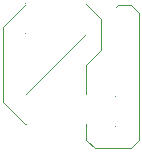
<source format=gtl>
G75*
%MOIN*%
%OFA0B0*%
%FSLAX25Y25*%
%IPPOS*%
%LPD*%
%AMOC8*
5,1,8,0,0,1.08239X$1,22.5*
%
%ADD10R,0,07400X0,07400*%
%ADD11C,0,07400*%
%ADD12C,0,01600*%
%ADD13C,0,01000*%
D10*
X0011000Y0042100D03*
X0011000Y0052100D03*
X0041000Y0021100D03*
X0041000Y0011100D03*
D11*
X0031000Y0012100D03*
X0031000Y0022100D03*
X0021000Y0021100D03*
X0021000Y0011100D03*
X0011000Y0012100D03*
X0011000Y0022100D03*
X0021000Y0041100D03*
X0021000Y0051100D03*
X0031000Y0052100D03*
X0031000Y0042100D03*
X0041000Y0041100D03*
X0041000Y0051100D03*
D12*
X0003300Y0019300D02*
X0010500Y0012100D01*
X0011000Y0012100D01*
X0003300Y0019300D02*
X0003300Y0044400D01*
X0011000Y0052100D01*
X0031000Y0052100D02*
X0036000Y0047100D01*
X0041000Y0051100D02*
X0041500Y0051600D01*
X0046000Y0051600D01*
X0048500Y0049100D01*
X0048500Y0006600D01*
X0045800Y0003900D01*
X0033700Y0003900D01*
X0031000Y0006600D01*
X0031000Y0012100D01*
X0031000Y0022100D02*
X0031000Y0031600D01*
X0036000Y0036600D01*
X0031000Y0042100D02*
X0011000Y0022100D01*
D13*
X0036000Y0036600D02*
X0036000Y0047100D01*
M02*

</source>
